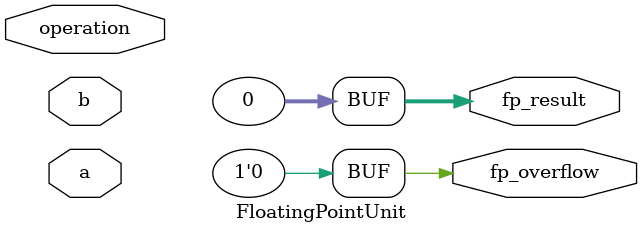
<source format=sv>
`timescale 1ns/1ps

module FloatingPointUnit #(
    parameter DATA_WIDTH = 32
)(
    input  logic [DATA_WIDTH-1:0] a,          // Changed from in_a
    input  logic [DATA_WIDTH-1:0] b,          // Changed from in_b
    input  logic [1:0]            operation,  // Must be 2 bits
    output logic [DATA_WIDTH-1:0] fp_result,  // Changed from result
    output logic                  fp_overflow // Changed from overflow
);
    assign fp_result = 32'b0;
    assign fp_overflow = 1'b0;
endmodule
</source>
